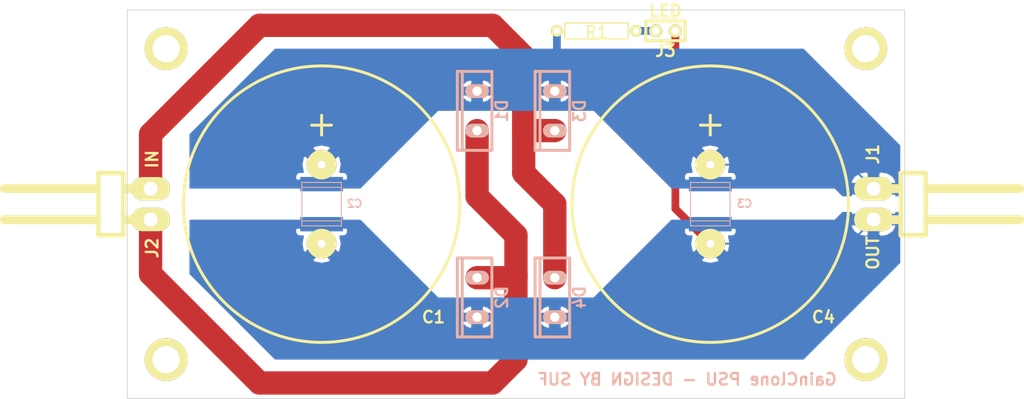
<source format=kicad_pcb>
(kicad_pcb (version 3) (host pcbnew "(2013-07-07 BZR 4022)-stable")

  (general
    (links 19)
    (no_connects 0)
    (area 83.375999 72.4816 215.624001 125.050001)
    (thickness 1.6)
    (drawings 5)
    (tracks 43)
    (zones 0)
    (modules 16)
    (nets 6)
  )

  (page A4)
  (layers
    (15 F.Cu signal)
    (0 B.Cu signal)
    (16 B.Adhes user)
    (17 F.Adhes user)
    (18 B.Paste user)
    (19 F.Paste user)
    (20 B.SilkS user)
    (21 F.SilkS user)
    (22 B.Mask user)
    (23 F.Mask user)
    (24 Dwgs.User user)
    (25 Cmts.User user)
    (26 Eco1.User user)
    (27 Eco2.User user)
    (28 Edge.Cuts user)
  )

  (setup
    (last_trace_width 0.254)
    (user_trace_width 1)
    (user_trace_width 3)
    (trace_clearance 0.254)
    (zone_clearance 0.508)
    (zone_45_only no)
    (trace_min 0.254)
    (segment_width 0.2)
    (edge_width 0.1)
    (via_size 0.889)
    (via_drill 0.635)
    (via_min_size 0.889)
    (via_min_drill 0.508)
    (uvia_size 0.508)
    (uvia_drill 0.127)
    (uvias_allowed no)
    (uvia_min_size 0.508)
    (uvia_min_drill 0.127)
    (pcb_text_width 0.3)
    (pcb_text_size 1.5 1.5)
    (mod_edge_width 0.15)
    (mod_text_size 1 1)
    (mod_text_width 0.15)
    (pad_size 3.048 1.778)
    (pad_drill 1.19888)
    (pad_to_mask_clearance 0)
    (aux_axis_origin 0 0)
    (visible_elements 7FFFFFFF)
    (pcbplotparams
      (layerselection 3178497)
      (usegerberextensions true)
      (excludeedgelayer true)
      (linewidth 0.150000)
      (plotframeref false)
      (viasonmask false)
      (mode 1)
      (useauxorigin false)
      (hpglpennumber 1)
      (hpglpenspeed 20)
      (hpglpendiameter 15)
      (hpglpenoverlay 2)
      (psnegative false)
      (psa4output false)
      (plotreference true)
      (plotvalue true)
      (plotothertext true)
      (plotinvisibletext false)
      (padsonsilk false)
      (subtractmaskfromsilk false)
      (outputformat 1)
      (mirror false)
      (drillshape 1)
      (scaleselection 1)
      (outputdirectory ""))
  )

  (net 0 "")
  (net 1 N-000001)
  (net 2 N-000002)
  (net 3 N-000003)
  (net 4 N-000004)
  (net 5 N-000005)

  (net_class Default "This is the default net class."
    (clearance 0.254)
    (trace_width 0.254)
    (via_dia 0.889)
    (via_drill 0.635)
    (uvia_dia 0.508)
    (uvia_drill 0.127)
    (add_net "")
    (add_net N-000001)
    (add_net N-000002)
    (add_net N-000003)
    (add_net N-000004)
    (add_net N-000005)
  )

  (module TO220-2 (layer B.Cu) (tedit 5264A416) (tstamp 525F81DB)
    (at 215 143 180)
    (path /525D99B3)
    (fp_text reference D1 (at -3.175 0 270) (layer B.SilkS)
      (effects (font (size 1.5 1.5) (thickness 0.3)) (justify mirror))
    )
    (fp_text value HFA15TB60PBF (at 0.635 6.35 180) (layer B.SilkS) hide
      (effects (font (size 1.524 1.016) (thickness 0.2032)) (justify mirror))
    )
    (fp_line (start 1.905 5.08) (end 2.54 5.08) (layer B.SilkS) (width 0.381))
    (fp_line (start 2.54 5.08) (end 2.54 -5.08) (layer B.SilkS) (width 0.381))
    (fp_line (start 2.54 -5.08) (end 1.905 -5.08) (layer B.SilkS) (width 0.381))
    (fp_line (start -1.905 5.08) (end 1.905 5.08) (layer B.SilkS) (width 0.381))
    (fp_line (start 1.905 5.08) (end 1.905 -5.08) (layer B.SilkS) (width 0.381))
    (fp_line (start 1.905 -5.08) (end -1.905 -5.08) (layer B.SilkS) (width 0.381))
    (fp_line (start -1.905 -5.08) (end -1.905 5.08) (layer B.SilkS) (width 0.381))
    (pad 1 thru_hole oval (at 0 2.54 180) (size 3.048 1.778) (drill 1.19888)
      (layers *.Cu *.Mask B.SilkS)
      (net 1 N-000001)
    )
    (pad 3 thru_hole oval (at 0 -2.54 180) (size 3.048 1.778) (drill 1.19888)
      (layers *.Cu *.Mask B.SilkS)
      (net 2 N-000002)
    )
    (model discret/to220_vert.wrl
      (at (xyz 0 0 0))
      (scale (xyz 1 1 1))
      (rotate (xyz 0 0 0))
    )
  )

  (module TO220-2 (layer B.Cu) (tedit 5264A437) (tstamp 525F81E8)
    (at 215 167 180)
    (path /525D99DB)
    (fp_text reference D2 (at -3.175 0 270) (layer B.SilkS)
      (effects (font (size 1.5 1.5) (thickness 0.3)) (justify mirror))
    )
    (fp_text value HFA15TB60PBF (at 0.635 6.35 180) (layer B.SilkS) hide
      (effects (font (size 1.524 1.016) (thickness 0.2032)) (justify mirror))
    )
    (fp_line (start 1.905 5.08) (end 2.54 5.08) (layer B.SilkS) (width 0.381))
    (fp_line (start 2.54 5.08) (end 2.54 -5.08) (layer B.SilkS) (width 0.381))
    (fp_line (start 2.54 -5.08) (end 1.905 -5.08) (layer B.SilkS) (width 0.381))
    (fp_line (start -1.905 5.08) (end 1.905 5.08) (layer B.SilkS) (width 0.381))
    (fp_line (start 1.905 5.08) (end 1.905 -5.08) (layer B.SilkS) (width 0.381))
    (fp_line (start 1.905 -5.08) (end -1.905 -5.08) (layer B.SilkS) (width 0.381))
    (fp_line (start -1.905 -5.08) (end -1.905 5.08) (layer B.SilkS) (width 0.381))
    (pad 1 thru_hole oval (at 0 2.54 180) (size 3.048 1.778) (drill 1.19888)
      (layers *.Cu *.Mask B.SilkS)
      (net 2 N-000002)
    )
    (pad 3 thru_hole oval (at 0 -2.54 180) (size 3.048 1.778) (drill 1.19888)
      (layers *.Cu *.Mask B.SilkS)
      (net 5 N-000005)
    )
    (model discret/to220_vert.wrl
      (at (xyz 0 0 0))
      (scale (xyz 1 1 1))
      (rotate (xyz 0 0 0))
    )
  )

  (module TO220-2 (layer B.Cu) (tedit 5264A449) (tstamp 525F81F5)
    (at 225 167 180)
    (path /525D99E3)
    (fp_text reference D4 (at -3.175 0 270) (layer B.SilkS)
      (effects (font (size 1.5 1.5) (thickness 0.3)) (justify mirror))
    )
    (fp_text value HFA15TB60PBF (at 0.635 6.35 180) (layer B.SilkS) hide
      (effects (font (size 1.524 1.016) (thickness 0.2032)) (justify mirror))
    )
    (fp_line (start 1.905 5.08) (end 2.54 5.08) (layer B.SilkS) (width 0.381))
    (fp_line (start 2.54 5.08) (end 2.54 -5.08) (layer B.SilkS) (width 0.381))
    (fp_line (start 2.54 -5.08) (end 1.905 -5.08) (layer B.SilkS) (width 0.381))
    (fp_line (start -1.905 5.08) (end 1.905 5.08) (layer B.SilkS) (width 0.381))
    (fp_line (start 1.905 5.08) (end 1.905 -5.08) (layer B.SilkS) (width 0.381))
    (fp_line (start 1.905 -5.08) (end -1.905 -5.08) (layer B.SilkS) (width 0.381))
    (fp_line (start -1.905 -5.08) (end -1.905 5.08) (layer B.SilkS) (width 0.381))
    (pad 1 thru_hole oval (at 0 2.54 180) (size 3.048 1.778) (drill 1.19888)
      (layers *.Cu *.Mask B.SilkS)
      (net 3 N-000003)
    )
    (pad 3 thru_hole oval (at 0 -2.54 180) (size 3.048 1.778) (drill 1.19888)
      (layers *.Cu *.Mask B.SilkS)
      (net 5 N-000005)
    )
    (model discret/to220_vert.wrl
      (at (xyz 0 0 0))
      (scale (xyz 1 1 1))
      (rotate (xyz 0 0 0))
    )
  )

  (module TO220-2 (layer B.Cu) (tedit 5264A428) (tstamp 525F8202)
    (at 225 143 180)
    (path /525D99EC)
    (fp_text reference D3 (at -3.175 0 270) (layer B.SilkS)
      (effects (font (size 1.5 1.5) (thickness 0.3)) (justify mirror))
    )
    (fp_text value HFA15TB60PBF (at 0.635 6.35 180) (layer B.SilkS) hide
      (effects (font (size 1.524 1.016) (thickness 0.2032)) (justify mirror))
    )
    (fp_line (start 1.905 5.08) (end 2.54 5.08) (layer B.SilkS) (width 0.381))
    (fp_line (start 2.54 5.08) (end 2.54 -5.08) (layer B.SilkS) (width 0.381))
    (fp_line (start 2.54 -5.08) (end 1.905 -5.08) (layer B.SilkS) (width 0.381))
    (fp_line (start -1.905 5.08) (end 1.905 5.08) (layer B.SilkS) (width 0.381))
    (fp_line (start 1.905 5.08) (end 1.905 -5.08) (layer B.SilkS) (width 0.381))
    (fp_line (start 1.905 -5.08) (end -1.905 -5.08) (layer B.SilkS) (width 0.381))
    (fp_line (start -1.905 -5.08) (end -1.905 5.08) (layer B.SilkS) (width 0.381))
    (pad 1 thru_hole oval (at 0 2.54 180) (size 3.048 1.778) (drill 1.19888)
      (layers *.Cu *.Mask B.SilkS)
      (net 1 N-000001)
    )
    (pad 3 thru_hole oval (at 0 -2.54 180) (size 3.048 1.778) (drill 1.19888)
      (layers *.Cu *.Mask B.SilkS)
      (net 3 N-000003)
    )
    (model discret/to220_vert.wrl
      (at (xyz 0 0 0))
      (scale (xyz 1 1 1))
      (rotate (xyz 0 0 0))
    )
  )

  (module C4P_D14 (layer F.Cu) (tedit 5264A5EB) (tstamp 525F8229)
    (at 195 155 270)
    (path /525CBB9D)
    (fp_text reference C1 (at 14.535 -14.395 360) (layer F.SilkS)
      (effects (font (size 1.5 1.5) (thickness 0.3)))
    )
    (fp_text value 10000uF/50V (at 0.635 7.62 270) (layer F.SilkS) hide
      (effects (font (size 1.524 1.524) (thickness 0.3048)))
    )
    (fp_circle (center 0 0) (end 17.78 0) (layer F.SilkS) (width 0.381))
    (fp_line (start -8.89 0) (end -11.43 0) (layer F.SilkS) (width 0.381))
    (fp_line (start -10.16 -1.27) (end -10.16 1.27) (layer F.SilkS) (width 0.381))
    (pad 1 thru_hole circle (at -5.08 0 270) (size 3.81 3.81) (drill 1.00076)
      (layers *.Cu *.Mask F.SilkS)
      (net 1 N-000001)
    )
    (pad 2 thru_hole circle (at 5.08 0 270) (size 3.81 3.81) (drill 1.00076)
      (layers *.Cu *.Mask F.SilkS)
      (net 5 N-000005)
    )
  )

  (module C4P_D14 (layer F.Cu) (tedit 5264A609) (tstamp 525F8232)
    (at 245 155 270)
    (path /525CBC09)
    (fp_text reference C4 (at 14.535 -14.56 360) (layer F.SilkS)
      (effects (font (size 1.5 1.5) (thickness 0.3)))
    )
    (fp_text value 10000uF/50V (at 0.635 7.62 270) (layer F.SilkS) hide
      (effects (font (size 1.524 1.524) (thickness 0.3048)))
    )
    (fp_circle (center 0 0) (end 17.78 0) (layer F.SilkS) (width 0.381))
    (fp_line (start -8.89 0) (end -11.43 0) (layer F.SilkS) (width 0.381))
    (fp_line (start -10.16 -1.27) (end -10.16 1.27) (layer F.SilkS) (width 0.381))
    (pad 1 thru_hole circle (at -5.08 0 270) (size 3.81 3.81) (drill 1.00076)
      (layers *.Cu *.Mask F.SilkS)
      (net 1 N-000001)
    )
    (pad 2 thru_hole circle (at 5.08 0 270) (size 3.81 3.81) (drill 1.00076)
      (layers *.Cu *.Mask F.SilkS)
      (net 5 N-000005)
    )
  )

  (module c_2220 (layer B.Cu) (tedit 5264A3C8) (tstamp 525F84CF)
    (at 195 155 90)
    (descr "SMT capacitor, 2220")
    (path /525CBB83)
    (fp_text reference C2 (at 0.07 4.235 180) (layer B.SilkS)
      (effects (font (size 1 1) (thickness 0.2)) (justify mirror))
    )
    (fp_text value 100nF/50V (at 0 -3.302 90) (layer B.SilkS) hide
      (effects (font (size 0.50038 0.50038) (thickness 0.11938)) (justify mirror))
    )
    (fp_line (start 2.159 2.54) (end 2.159 -2.54) (layer B.SilkS) (width 0.127))
    (fp_line (start -2.159 2.54) (end -2.159 -2.54) (layer B.SilkS) (width 0.127))
    (fp_line (start -2.794 2.54) (end 2.794 2.54) (layer B.SilkS) (width 0.127))
    (fp_line (start 2.794 2.54) (end 2.794 -2.54) (layer B.SilkS) (width 0.127))
    (fp_line (start 2.794 -2.54) (end -2.794 -2.54) (layer B.SilkS) (width 0.127))
    (fp_line (start -2.794 -2.54) (end -2.794 2.54) (layer B.SilkS) (width 0.127))
    (pad 1 smd rect (at 2.57556 0 90) (size 1.84912 5.4991)
      (layers B.Cu B.Paste B.Mask)
      (net 1 N-000001)
    )
    (pad 2 smd rect (at -2.57556 0 90) (size 1.84912 5.4991)
      (layers B.Cu B.Paste B.Mask)
      (net 5 N-000005)
    )
    (model smd/capacitors/c_2220.wrl
      (at (xyz 0 0 0))
      (scale (xyz 1 1 1))
      (rotate (xyz 0 0 0))
    )
  )

  (module c_2220 (layer B.Cu) (tedit 5264A464) (tstamp 525F84DB)
    (at 245 155 90)
    (descr "SMT capacitor, 2220")
    (path /525CBC03)
    (fp_text reference C3 (at 0.07 4.4 180) (layer B.SilkS)
      (effects (font (size 1 1) (thickness 0.2)) (justify mirror))
    )
    (fp_text value 100nF/50V (at 0 -3.302 90) (layer B.SilkS) hide
      (effects (font (size 0.50038 0.50038) (thickness 0.11938)) (justify mirror))
    )
    (fp_line (start 2.159 2.54) (end 2.159 -2.54) (layer B.SilkS) (width 0.127))
    (fp_line (start -2.159 2.54) (end -2.159 -2.54) (layer B.SilkS) (width 0.127))
    (fp_line (start -2.794 2.54) (end 2.794 2.54) (layer B.SilkS) (width 0.127))
    (fp_line (start 2.794 2.54) (end 2.794 -2.54) (layer B.SilkS) (width 0.127))
    (fp_line (start 2.794 -2.54) (end -2.794 -2.54) (layer B.SilkS) (width 0.127))
    (fp_line (start -2.794 -2.54) (end -2.794 2.54) (layer B.SilkS) (width 0.127))
    (pad 1 smd rect (at 2.57556 0 90) (size 1.84912 5.4991)
      (layers B.Cu B.Paste B.Mask)
      (net 1 N-000001)
    )
    (pad 2 smd rect (at -2.57556 0 90) (size 1.84912 5.4991)
      (layers B.Cu B.Paste B.Mask)
      (net 5 N-000005)
    )
    (model smd/capacitors/c_2220.wrl
      (at (xyz 0 0 0))
      (scale (xyz 1 1 1))
      (rotate (xyz 0 0 0))
    )
  )

  (module MNT_HOLE_3.5 (layer F.Cu) (tedit 4AAB215B) (tstamp 525FE8A4)
    (at 265 135)
    (fp_text reference MNT_HOLE_3.5 (at 0 -6.35) (layer F.SilkS) hide
      (effects (font (size 1.524 1.524) (thickness 0.3048)))
    )
    (fp_text value "" (at 0 0) (layer F.SilkS) hide
      (effects (font (size 1.524 1.524) (thickness 0.3048)))
    )
    (pad "" thru_hole circle (at 0 0) (size 5.4991 5.4991) (drill 3.50012)
      (layers *.Cu *.Mask F.SilkS)
    )
  )

  (module MNT_HOLE_3.5 (layer F.Cu) (tedit 4AAB215B) (tstamp 525FE8AD)
    (at 265 175)
    (fp_text reference MNT_HOLE_3.5 (at 0 -6.35) (layer F.SilkS) hide
      (effects (font (size 1.524 1.524) (thickness 0.3048)))
    )
    (fp_text value "" (at 0 0) (layer F.SilkS) hide
      (effects (font (size 1.524 1.524) (thickness 0.3048)))
    )
    (pad "" thru_hole circle (at 0 0) (size 5.4991 5.4991) (drill 3.50012)
      (layers *.Cu *.Mask F.SilkS)
    )
  )

  (module MNT_HOLE_3.5 (layer F.Cu) (tedit 4AAB215B) (tstamp 525FE8B6)
    (at 175 175)
    (fp_text reference MNT_HOLE_3.5 (at 0 -6.35) (layer F.SilkS) hide
      (effects (font (size 1.524 1.524) (thickness 0.3048)))
    )
    (fp_text value "" (at 0 0) (layer F.SilkS) hide
      (effects (font (size 1.524 1.524) (thickness 0.3048)))
    )
    (pad "" thru_hole circle (at 0 0) (size 5.4991 5.4991) (drill 3.50012)
      (layers *.Cu *.Mask F.SilkS)
    )
  )

  (module MNT_HOLE_3.5 (layer F.Cu) (tedit 4AAB215B) (tstamp 525FE8BF)
    (at 175 135)
    (fp_text reference MNT_HOLE_3.5 (at 0 -6.35) (layer F.SilkS) hide
      (effects (font (size 1.524 1.524) (thickness 0.3048)))
    )
    (fp_text value "" (at 0 0) (layer F.SilkS) hide
      (effects (font (size 1.524 1.524) (thickness 0.3048)))
    )
    (pad "" thru_hole circle (at 0 0) (size 5.4991 5.4991) (drill 3.50012)
      (layers *.Cu *.Mask F.SilkS)
    )
  )

  (module CONN_NCW396-02R (layer F.Cu) (tedit 5264A358) (tstamp 525F820C)
    (at 173 155 90)
    (path /525CBCD7)
    (fp_text reference J2 (at -5.645 0.2 90) (layer F.SilkS)
      (effects (font (size 1.5 1.5) (thickness 0.3)))
    )
    (fp_text value IN (at 5.785 0.2 90) (layer F.SilkS)
      (effects (font (size 1.5 1.5) (thickness 0.3)))
    )
    (fp_line (start 2 -7) (end 2 -18.8) (layer F.SilkS) (width 1.14))
    (fp_line (start -2 -7) (end -2 -18.8) (layer F.SilkS) (width 1.14))
    (fp_line (start 2 0) (end 2 -3.2) (layer F.SilkS) (width 1.14))
    (fp_line (start -2 0) (end -2 -3.2) (layer F.SilkS) (width 1.14))
    (fp_line (start -4 -3.5) (end -4 -6.7) (layer F.SilkS) (width 0.6))
    (fp_line (start 4 -3.5) (end 4 -6.7) (layer F.SilkS) (width 0.6))
    (fp_line (start -4.0005 -6.6995) (end 4.0005 -6.6995) (layer F.SilkS) (width 0.6))
    (fp_line (start -4.0005 -3.50126) (end 4.0005 -3.50126) (layer F.SilkS) (width 0.6))
    (pad 1 thru_hole oval (at -1.9812 0 90) (size 2.99974 5.00126) (drill 1.80086)
      (layers *.Cu *.Mask F.SilkS)
      (net 2 N-000002)
    )
    (pad 2 thru_hole oval (at 1.9812 0 90) (size 2.99974 5.00126) (drill 1.80086)
      (layers *.Cu *.Mask F.SilkS)
      (net 3 N-000003)
    )
  )

  (module CONN_NCW396-02R (layer F.Cu) (tedit 5264A5B6) (tstamp 525F8220)
    (at 266 155 270)
    (path /525CBCF5)
    (fp_text reference J1 (at -6.42 0.09 270) (layer F.SilkS)
      (effects (font (size 1.5 1.5) (thickness 0.3)))
    )
    (fp_text value OUT (at 6.28 0.09 270) (layer F.SilkS)
      (effects (font (size 1.5 1.5) (thickness 0.3)))
    )
    (fp_line (start 2 -7) (end 2 -18.8) (layer F.SilkS) (width 1.14))
    (fp_line (start -2 -7) (end -2 -18.8) (layer F.SilkS) (width 1.14))
    (fp_line (start 2 0) (end 2 -3.2) (layer F.SilkS) (width 1.14))
    (fp_line (start -2 0) (end -2 -3.2) (layer F.SilkS) (width 1.14))
    (fp_line (start -4 -3.5) (end -4 -6.7) (layer F.SilkS) (width 0.6))
    (fp_line (start 4 -3.5) (end 4 -6.7) (layer F.SilkS) (width 0.6))
    (fp_line (start -4.0005 -6.6995) (end 4.0005 -6.6995) (layer F.SilkS) (width 0.6))
    (fp_line (start -4.0005 -3.50126) (end 4.0005 -3.50126) (layer F.SilkS) (width 0.6))
    (pad 1 thru_hole oval (at -1.9812 0 270) (size 2.99974 5.00126) (drill 1.80086)
      (layers *.Cu *.Mask F.SilkS)
      (net 1 N-000001)
    )
    (pad 2 thru_hole oval (at 1.9812 0 270) (size 2.99974 5.00126) (drill 1.80086)
      (layers *.Cu *.Mask F.SilkS)
      (net 5 N-000005)
    )
  )

  (module R4 (layer F.Cu) (tedit 52119F90) (tstamp 5264F20E)
    (at 230.35 132.705)
    (descr "Resitance 4 pas")
    (tags R)
    (path /5264B70B)
    (autoplace_cost180 10)
    (fp_text reference R1 (at 0 0.18) (layer F.SilkS)
      (effects (font (size 1.5 1.5) (thickness 0.2032)))
    )
    (fp_text value 2,7K (at 0 0) (layer F.SilkS) hide
      (effects (font (size 1.397 1.27) (thickness 0.2032)))
    )
    (fp_line (start -5.08 0) (end -4.064 0) (layer F.SilkS) (width 0.2))
    (fp_line (start -4.064 0) (end -4.064 -1.016) (layer F.SilkS) (width 0.2))
    (fp_line (start -4.064 -1.016) (end 4.064 -1.016) (layer F.SilkS) (width 0.2))
    (fp_line (start 4.064 -1.016) (end 4.064 1.016) (layer F.SilkS) (width 0.2))
    (fp_line (start 4.064 1.016) (end -4.064 1.016) (layer F.SilkS) (width 0.2))
    (fp_line (start -4.064 1.016) (end -4.064 0) (layer F.SilkS) (width 0.2))
    (fp_line (start 5.08 0) (end 4.064 0) (layer F.SilkS) (width 0.2))
    (pad 1 thru_hole circle (at -5.08 0) (size 1.5 1.5) (drill 0.8001)
      (layers *.Cu *.Mask F.SilkS)
      (net 1 N-000001)
    )
    (pad 2 thru_hole circle (at 5.08 0) (size 1.5 1.5) (drill 0.8001)
      (layers *.Cu *.Mask F.SilkS)
      (net 4 N-000004)
    )
    (model discret/resistor.wrl
      (at (xyz 0 0 0))
      (scale (xyz 0.4 0.4 0.4))
      (rotate (xyz 0 0 0))
    )
  )

  (module HDR-2 (layer F.Cu) (tedit 51CBC256) (tstamp 5264F218)
    (at 239.24 132.705 180)
    (path /5264B748)
    (fp_text reference J3 (at 0 -2.54 180) (layer F.SilkS)
      (effects (font (size 1.524 1.524) (thickness 0.3048)))
    )
    (fp_text value LED (at 0 2.54 180) (layer F.SilkS)
      (effects (font (size 1.524 1.524) (thickness 0.3048)))
    )
    (fp_line (start -2.54 1.27) (end 2.54 1.27) (layer F.SilkS) (width 0.39878))
    (fp_line (start -2.54 -1.27) (end 2.54 -1.27) (layer F.SilkS) (width 0.39878))
    (fp_line (start 2.54 -1.27) (end 2.54 1.27) (layer F.SilkS) (width 0.39878))
    (fp_line (start -2.54 -1.27) (end -2.54 1.27) (layer F.SilkS) (width 0.381))
    (pad 1 thru_hole circle (at -1.27 0 180) (size 1.69926 1.69926) (drill 1.00076)
      (layers *.Cu *.Mask F.SilkS)
      (net 5 N-000005)
    )
    (pad 2 thru_hole circle (at 1.27 0 180) (size 1.69926 1.69926) (drill 1.00076)
      (layers *.Cu *.Mask F.SilkS)
      (net 4 N-000004)
    )
  )

  (gr_text "GainClone PSU - DESIGN BY SUF" (at 242.034 177.536) (layer B.SilkS)
    (effects (font (size 1.5 1.5) (thickness 0.3)) (justify mirror))
  )
  (gr_line (start 170 180) (end 170 130) (angle 90) (layer Edge.Cuts) (width 0.1))
  (gr_line (start 270 180) (end 170 180) (angle 90) (layer Edge.Cuts) (width 0.1))
  (gr_line (start 270 130) (end 270 180) (angle 90) (layer Edge.Cuts) (width 0.1))
  (gr_line (start 170 130) (end 270 130) (angle 90) (layer Edge.Cuts) (width 0.1))

  (segment (start 245 149.92) (end 262.9012 149.92) (width 0.254) (layer B.Cu) (net 1))
  (segment (start 262.9012 149.92) (end 266 153.0188) (width 0.254) (layer B.Cu) (net 1) (tstamp 5264F30C))
  (segment (start 225.27 132.705) (end 225.27 140.19) (width 1) (layer B.Cu) (net 1))
  (segment (start 225.27 140.19) (end 225 140.46) (width 1) (layer B.Cu) (net 1) (tstamp 5264F2A6))
  (segment (start 215 140.46) (end 204.46 140.46) (width 0.254) (layer B.Cu) (net 1))
  (segment (start 225 140.46) (end 235.54 140.46) (width 0.254) (layer B.Cu) (net 1))
  (segment (start 204.46 140.46) (end 195 149.92) (width 0.254) (layer B.Cu) (net 1) (tstamp 525FE9C9))
  (segment (start 235.54 140.46) (end 245 149.92) (width 0.254) (layer B.Cu) (net 1) (tstamp 525FE9C5))
  (segment (start 245.03556 152.46) (end 245 152.42444) (width 0.254) (layer B.Cu) (net 1) (tstamp 525FE9C2))
  (segment (start 245 149.92) (end 245 152.42444) (width 0.254) (layer B.Cu) (net 1))
  (segment (start 195 149.92) (end 195 152.42444) (width 0.254) (layer B.Cu) (net 1))
  (segment (start 173 157) (end 173 164) (width 3) (layer F.Cu) (net 2))
  (segment (start 173 164) (end 187 178) (width 3) (layer F.Cu) (net 2) (tstamp 525FE9DC))
  (segment (start 215 154) (end 215 145.54) (width 3) (layer F.Cu) (net 2) (tstamp 525FE9E2))
  (segment (start 215 164.46) (end 220 164.46) (width 3) (layer F.Cu) (net 2))
  (segment (start 220 164.46) (end 220 164) (width 3) (layer F.Cu) (net 2) (tstamp 525FE9E5))
  (segment (start 220 175) (end 220 164) (width 3) (layer F.Cu) (net 2) (tstamp 525FE9E0))
  (segment (start 220 164) (end 220 159) (width 3) (layer F.Cu) (net 2) (tstamp 525FE9E8))
  (segment (start 217 178) (end 220 175) (width 3) (layer F.Cu) (net 2) (tstamp 525FE9DF))
  (segment (start 187 178) (end 217 178) (width 3) (layer F.Cu) (net 2) (tstamp 525FE9DD))
  (segment (start 220 159) (end 215 154) (width 3) (layer F.Cu) (net 2) (tstamp 525FE9E1))
  (segment (start 173 153) (end 173 146) (width 3) (layer F.Cu) (net 3))
  (segment (start 173 146) (end 187 132) (width 3) (layer F.Cu) (net 3) (tstamp 525FE9EA))
  (segment (start 225 145.54) (end 221 145.54) (width 3) (layer F.Cu) (net 3))
  (segment (start 221 145.54) (end 221 145) (width 3) (layer F.Cu) (net 3) (tstamp 525FE9F3))
  (segment (start 221 136) (end 221 145) (width 3) (layer F.Cu) (net 3) (tstamp 525FE9EE))
  (segment (start 217 132) (end 221 136) (width 3) (layer F.Cu) (net 3) (tstamp 525FE9ED))
  (segment (start 187 132) (end 217 132) (width 3) (layer F.Cu) (net 3) (tstamp 525FE9EB))
  (segment (start 225 155) (end 225 164.46) (width 3) (layer F.Cu) (net 3) (tstamp 525FE9F0))
  (segment (start 221 151) (end 225 155) (width 3) (layer F.Cu) (net 3) (tstamp 525FE9EF))
  (segment (start 221 145) (end 221 151) (width 3) (layer F.Cu) (net 3) (tstamp 525FE9F6))
  (segment (start 235.43 132.705) (end 237.97 132.705) (width 1) (layer B.Cu) (net 4))
  (segment (start 266 156.9812) (end 262.9012 160.08) (width 0.254) (layer B.Cu) (net 5))
  (segment (start 262.9012 160.08) (end 245 160.08) (width 0.254) (layer B.Cu) (net 5) (tstamp 5264F311))
  (segment (start 240.51 132.705) (end 240.51 155.59) (width 1) (layer F.Cu) (net 5))
  (segment (start 240.51 155.59) (end 245 160.08) (width 1) (layer F.Cu) (net 5) (tstamp 5264F270))
  (segment (start 235.54 169.54) (end 225 169.54) (width 0.254) (layer B.Cu) (net 5) (tstamp 525FE9CD))
  (segment (start 215 169.54) (end 204.46 169.54) (width 0.254) (layer B.Cu) (net 5))
  (segment (start 245.03556 157.54) (end 245 157.57556) (width 0.254) (layer B.Cu) (net 5) (tstamp 525FE9D5))
  (segment (start 204.46 169.54) (end 195 160.08) (width 0.254) (layer B.Cu) (net 5) (tstamp 525FE9D1))
  (segment (start 245 160.08) (end 235.54 169.54) (width 0.254) (layer B.Cu) (net 5))
  (segment (start 245 157.57556) (end 245 160.08) (width 0.254) (layer B.Cu) (net 5))
  (segment (start 195 157.57556) (end 195 160.08) (width 0.254) (layer B.Cu) (net 5))

  (zone (net 1) (net_name N-000001) (layer B.Cu) (tstamp 525FE9D8) (hatch edge 0.508)
    (connect_pads (clearance 0.508))
    (min_thickness 0.254)
    (fill (arc_segments 16) (thermal_gap 0.508) (thermal_bridge_width 1.5))
    (polygon
      (pts
        (xy 270 154) (xy 262 154) (xy 261 153) (xy 240 153) (xy 230 143)
        (xy 210 143) (xy 200 153) (xy 178 153) (xy 178 146) (xy 189 135)
        (xy 257 135) (xy 261 139) (xy 270 148)
      )
    )
    (filled_polygon
      (pts
        (xy 269.315 153.873) (xy 268.920107 153.873) (xy 268.920107 152.08404) (xy 268.549879 151.426362) (xy 267.82256 150.954757)
        (xy 266.970129 150.797384) (xy 266.623 150.988275) (xy 266.623 152.3958) (xy 268.876105 152.3958) (xy 268.920107 152.08404)
        (xy 268.920107 153.873) (xy 268.908736 153.873) (xy 268.876105 153.6418) (xy 266.623 153.6418) (xy 266.623 153.6618)
        (xy 265.377 153.6618) (xy 265.377 153.6418) (xy 265.377 152.3958) (xy 265.377 150.988275) (xy 265.029871 150.797384)
        (xy 264.17744 150.954757) (xy 263.450121 151.426362) (xy 263.079893 152.08404) (xy 263.123895 152.3958) (xy 265.377 152.3958)
        (xy 265.377 153.6418) (xy 263.123895 153.6418) (xy 263.091263 153.873) (xy 262.052605 153.873) (xy 261.052605 152.873)
        (xy 248.38466 152.873) (xy 248.38466 151.374125) (xy 248.288191 151.140651) (xy 248.109718 150.961867) (xy 247.876414 150.864991)
        (xy 247.623795 150.86477) (xy 247.405318 150.864783) (xy 247.589691 149.901027) (xy 247.399824 148.946497) (xy 247.102105 148.69895)
        (xy 246.22105 149.580005) (xy 246.22105 147.817895) (xy 245.973503 147.520176) (xy 244.981027 147.330309) (xy 244.026497 147.520176)
        (xy 243.77895 147.817895) (xy 245 149.038945) (xy 246.22105 147.817895) (xy 246.22105 149.580005) (xy 245.881055 149.92)
        (xy 245.895197 149.934142) (xy 245.014142 150.815197) (xy 245 150.801055) (xy 244.985857 150.815197) (xy 244.104802 149.934142)
        (xy 244.118945 149.92) (xy 242.897895 148.69895) (xy 242.600176 148.946497) (xy 242.410309 149.938973) (xy 242.594463 150.864783)
        (xy 242.376205 150.86477) (xy 242.123586 150.864991) (xy 241.890282 150.961867) (xy 241.711809 151.140651) (xy 241.61534 151.374125)
        (xy 241.61545 151.80341) (xy 241.7742 151.96216) (xy 243.383204 151.96216) (xy 243.611051 152.190007) (xy 243.778951 152.022106)
        (xy 244.026497 152.319824) (xy 245.018973 152.509691) (xy 245.973503 152.319824) (xy 246.221048 152.022106) (xy 246.388949 152.190007)
        (xy 246.616795 151.96216) (xy 248.2258 151.96216) (xy 248.38455 151.80341) (xy 248.38466 151.374125) (xy 248.38466 152.873)
        (xy 240.052605 152.873) (xy 230.052605 142.873) (xy 227.005254 142.873) (xy 227.005254 141.127068) (xy 227.005254 139.792932)
        (xy 226.86287 139.553067) (xy 226.422336 139.152218) (xy 225.861937 138.950467) (xy 225.623 139.092301) (xy 225.623 140.0155)
        (xy 226.925863 140.0155) (xy 227.005254 139.792932) (xy 227.005254 141.127068) (xy 226.925863 140.9045) (xy 225.623 140.9045)
        (xy 225.623 141.827699) (xy 225.861937 141.969533) (xy 226.422336 141.767782) (xy 226.86287 141.366933) (xy 227.005254 141.127068)
        (xy 227.005254 142.873) (xy 224.377 142.873) (xy 224.377 141.827699) (xy 224.377 140.9045) (xy 224.377 140.0155)
        (xy 224.377 139.092301) (xy 224.138063 138.950467) (xy 223.577664 139.152218) (xy 223.13713 139.553067) (xy 222.994746 139.792932)
        (xy 223.074137 140.0155) (xy 224.377 140.0155) (xy 224.377 140.9045) (xy 223.074137 140.9045) (xy 222.994746 141.127068)
        (xy 223.13713 141.366933) (xy 223.577664 141.767782) (xy 224.138063 141.969533) (xy 224.377 141.827699) (xy 224.377 142.873)
        (xy 217.005254 142.873) (xy 217.005254 141.127068) (xy 217.005254 139.792932) (xy 216.86287 139.553067) (xy 216.422336 139.152218)
        (xy 215.861937 138.950467) (xy 215.623 139.092301) (xy 215.623 140.0155) (xy 216.925863 140.0155) (xy 217.005254 139.792932)
        (xy 217.005254 141.127068) (xy 216.925863 140.9045) (xy 215.623 140.9045) (xy 215.623 141.827699) (xy 215.861937 141.969533)
        (xy 216.422336 141.767782) (xy 216.86287 141.366933) (xy 217.005254 141.127068) (xy 217.005254 142.873) (xy 214.377 142.873)
        (xy 214.377 141.827699) (xy 214.377 140.9045) (xy 214.377 140.0155) (xy 214.377 139.092301) (xy 214.138063 138.950467)
        (xy 213.577664 139.152218) (xy 213.13713 139.553067) (xy 212.994746 139.792932) (xy 213.074137 140.0155) (xy 214.377 140.0155)
        (xy 214.377 140.9045) (xy 213.074137 140.9045) (xy 212.994746 141.127068) (xy 213.13713 141.366933) (xy 213.577664 141.767782)
        (xy 214.138063 141.969533) (xy 214.377 141.827699) (xy 214.377 142.873) (xy 209.947395 142.873) (xy 199.947395 152.873)
        (xy 198.38466 152.873) (xy 198.38466 151.374125) (xy 198.288191 151.140651) (xy 198.109718 150.961867) (xy 197.876414 150.864991)
        (xy 197.623795 150.86477) (xy 197.405318 150.864783) (xy 197.589691 149.901027) (xy 197.399824 148.946497) (xy 197.102105 148.69895)
        (xy 196.22105 149.580005) (xy 196.22105 147.817895) (xy 195.973503 147.520176) (xy 194.981027 147.330309) (xy 194.026497 147.520176)
        (xy 193.77895 147.817895) (xy 195 149.038945) (xy 196.22105 147.817895) (xy 196.22105 149.580005) (xy 195.881055 149.92)
        (xy 195.895197 149.934142) (xy 195.014142 150.815197) (xy 195 150.801055) (xy 194.985857 150.815197) (xy 194.104802 149.934142)
        (xy 194.118945 149.92) (xy 192.897895 148.69895) (xy 192.600176 148.946497) (xy 192.410309 149.938973) (xy 192.594463 150.864783)
        (xy 192.376205 150.86477) (xy 192.123586 150.864991) (xy 191.890282 150.961867) (xy 191.711809 151.140651) (xy 191.61534 151.374125)
        (xy 191.61545 151.80341) (xy 191.7742 151.96216) (xy 193.383203 151.96216) (xy 193.611051 152.190007) (xy 193.778951 152.022106)
        (xy 194.026497 152.319824) (xy 195.018973 152.509691) (xy 195.973503 152.319824) (xy 196.221048 152.022106) (xy 196.388949 152.190007)
        (xy 196.616796 151.96216) (xy 198.2258 151.96216) (xy 198.38455 151.80341) (xy 198.38466 151.374125) (xy 198.38466 152.873)
        (xy 178.127 152.873) (xy 178.127 146.052605) (xy 189.052605 135.127) (xy 256.947395 135.127) (xy 260.910197 139.089803)
        (xy 269.315 147.494605) (xy 269.315 153.873)
      )
    )
  )
  (zone (net 5) (net_name N-000005) (layer B.Cu) (tstamp 525FE9DB) (hatch edge 0.508)
    (connect_pads (clearance 0.508))
    (min_thickness 0.254)
    (fill (arc_segments 16) (thermal_gap 0.508) (thermal_bridge_width 1.5))
    (polygon
      (pts
        (xy 270 162) (xy 261 171) (xy 257 175) (xy 189 175) (xy 178 164)
        (xy 178 157) (xy 200 157) (xy 210 167) (xy 230 167) (xy 240 157)
        (xy 261 157) (xy 262 156) (xy 270 156)
      )
    )
    (filled_polygon
      (pts
        (xy 269.315 162.505394) (xy 268.920107 162.900287) (xy 268.920107 157.91596) (xy 268.876105 157.6042) (xy 266.623 157.6042)
        (xy 266.623 159.011725) (xy 266.970129 159.202616) (xy 267.82256 159.045243) (xy 268.549879 158.573638) (xy 268.920107 157.91596)
        (xy 268.920107 162.900287) (xy 265.377 166.443394) (xy 265.377 159.011725) (xy 265.377 157.6042) (xy 263.123895 157.6042)
        (xy 263.079893 157.91596) (xy 263.450121 158.573638) (xy 264.17744 159.045243) (xy 265.029871 159.202616) (xy 265.377 159.011725)
        (xy 265.377 166.443394) (xy 260.910197 170.910197) (xy 256.947395 174.873) (xy 248.38466 174.873) (xy 248.38466 158.625875)
        (xy 248.38455 158.19659) (xy 248.2258 158.03784) (xy 246.616796 158.03784) (xy 246.388949 157.809993) (xy 246.221048 157.977893)
        (xy 245.973503 157.680176) (xy 244.981027 157.490309) (xy 244.026497 157.680176) (xy 243.778951 157.977893) (xy 243.611051 157.809993)
        (xy 243.383204 158.03784) (xy 241.7742 158.03784) (xy 241.61545 158.19659) (xy 241.61534 158.625875) (xy 241.711809 158.859349)
        (xy 241.890282 159.038133) (xy 242.123586 159.135009) (xy 242.376205 159.13523) (xy 242.594681 159.135216) (xy 242.410309 160.098973)
        (xy 242.600176 161.053503) (xy 242.897895 161.30105) (xy 244.118945 160.08) (xy 244.104802 160.065857) (xy 244.985857 159.184802)
        (xy 245 159.198945) (xy 245.014142 159.184802) (xy 245.895197 160.065857) (xy 245.881055 160.08) (xy 247.102105 161.30105)
        (xy 247.399824 161.053503) (xy 247.589691 160.061027) (xy 247.405536 159.135216) (xy 247.623795 159.13523) (xy 247.876414 159.135009)
        (xy 248.109718 159.038133) (xy 248.288191 158.859349) (xy 248.38466 158.625875) (xy 248.38466 174.873) (xy 246.22105 174.873)
        (xy 246.22105 162.182105) (xy 245 160.961055) (xy 243.77895 162.182105) (xy 244.026497 162.479824) (xy 245.018973 162.669691)
        (xy 245.973503 162.479824) (xy 246.22105 162.182105) (xy 246.22105 174.873) (xy 227.005254 174.873) (xy 227.005254 170.207068)
        (xy 227.005254 168.872932) (xy 226.86287 168.633067) (xy 226.422336 168.232218) (xy 225.861937 168.030467) (xy 225.623 168.172301)
        (xy 225.623 169.0955) (xy 226.925863 169.0955) (xy 227.005254 168.872932) (xy 227.005254 170.207068) (xy 226.925863 169.9845)
        (xy 225.623 169.9845) (xy 225.623 170.907699) (xy 225.861937 171.049533) (xy 226.422336 170.847782) (xy 226.86287 170.446933)
        (xy 227.005254 170.207068) (xy 227.005254 174.873) (xy 224.377 174.873) (xy 224.377 170.907699) (xy 224.377 169.9845)
        (xy 224.377 169.0955) (xy 224.377 168.172301) (xy 224.138063 168.030467) (xy 223.577664 168.232218) (xy 223.13713 168.633067)
        (xy 222.994746 168.872932) (xy 223.074137 169.0955) (xy 224.377 169.0955) (xy 224.377 169.9845) (xy 223.074137 169.9845)
        (xy 222.994746 170.207068) (xy 223.13713 170.446933) (xy 223.577664 170.847782) (xy 224.138063 171.049533) (xy 224.377 170.907699)
        (xy 224.377 174.873) (xy 217.005254 174.873) (xy 217.005254 170.207068) (xy 217.005254 168.872932) (xy 216.86287 168.633067)
        (xy 216.422336 168.232218) (xy 215.861937 168.030467) (xy 215.623 168.172301) (xy 215.623 169.0955) (xy 216.925863 169.0955)
        (xy 217.005254 168.872932) (xy 217.005254 170.207068) (xy 216.925863 169.9845) (xy 215.623 169.9845) (xy 215.623 170.907699)
        (xy 215.861937 171.049533) (xy 216.422336 170.847782) (xy 216.86287 170.446933) (xy 217.005254 170.207068) (xy 217.005254 174.873)
        (xy 214.377 174.873) (xy 214.377 170.907699) (xy 214.377 169.9845) (xy 214.377 169.0955) (xy 214.377 168.172301)
        (xy 214.138063 168.030467) (xy 213.577664 168.232218) (xy 213.13713 168.633067) (xy 212.994746 168.872932) (xy 213.074137 169.0955)
        (xy 214.377 169.0955) (xy 214.377 169.9845) (xy 213.074137 169.9845) (xy 212.994746 170.207068) (xy 213.13713 170.446933)
        (xy 213.577664 170.847782) (xy 214.138063 171.049533) (xy 214.377 170.907699) (xy 214.377 174.873) (xy 198.38466 174.873)
        (xy 198.38466 158.625875) (xy 198.38455 158.19659) (xy 198.2258 158.03784) (xy 196.616796 158.03784) (xy 196.388949 157.809993)
        (xy 196.221048 157.977893) (xy 195.973503 157.680176) (xy 194.981027 157.490309) (xy 194.026497 157.680176) (xy 193.778951 157.977893)
        (xy 193.611051 157.809993) (xy 193.383203 158.03784) (xy 191.7742 158.03784) (xy 191.61545 158.19659) (xy 191.61534 158.625875)
        (xy 191.711809 158.859349) (xy 191.890282 159.038133) (xy 192.123586 159.135009) (xy 192.376205 159.13523) (xy 192.594681 159.135216)
        (xy 192.410309 160.098973) (xy 192.600176 161.053503) (xy 192.897895 161.30105) (xy 194.118945 160.08) (xy 194.104802 160.065857)
        (xy 194.985857 159.184802) (xy 195 159.198945) (xy 195.014142 159.184802) (xy 195.895197 160.065857) (xy 195.881055 160.08)
        (xy 197.102105 161.30105) (xy 197.399824 161.053503) (xy 197.589691 160.061027) (xy 197.405536 159.135216) (xy 197.623795 159.13523)
        (xy 197.876414 159.135009) (xy 198.109718 159.038133) (xy 198.288191 158.859349) (xy 198.38466 158.625875) (xy 198.38466 174.873)
        (xy 196.22105 174.873) (xy 196.22105 162.182105) (xy 195 160.961055) (xy 193.77895 162.182105) (xy 194.026497 162.479824)
        (xy 195.018973 162.669691) (xy 195.973503 162.479824) (xy 196.22105 162.182105) (xy 196.22105 174.873) (xy 189.052605 174.873)
        (xy 178.127 163.947395) (xy 178.127 157.127) (xy 199.947395 157.127) (xy 209.947395 167.127) (xy 230.052605 167.127)
        (xy 240.052605 157.127) (xy 261.052605 157.127) (xy 262.052605 156.127) (xy 263.091263 156.127) (xy 263.123895 156.3582)
        (xy 265.377 156.3582) (xy 265.377 156.3382) (xy 266.623 156.3382) (xy 266.623 156.3582) (xy 268.876105 156.3582)
        (xy 268.908736 156.127) (xy 269.315 156.127) (xy 269.315 162.505394)
      )
    )
  )
)

</source>
